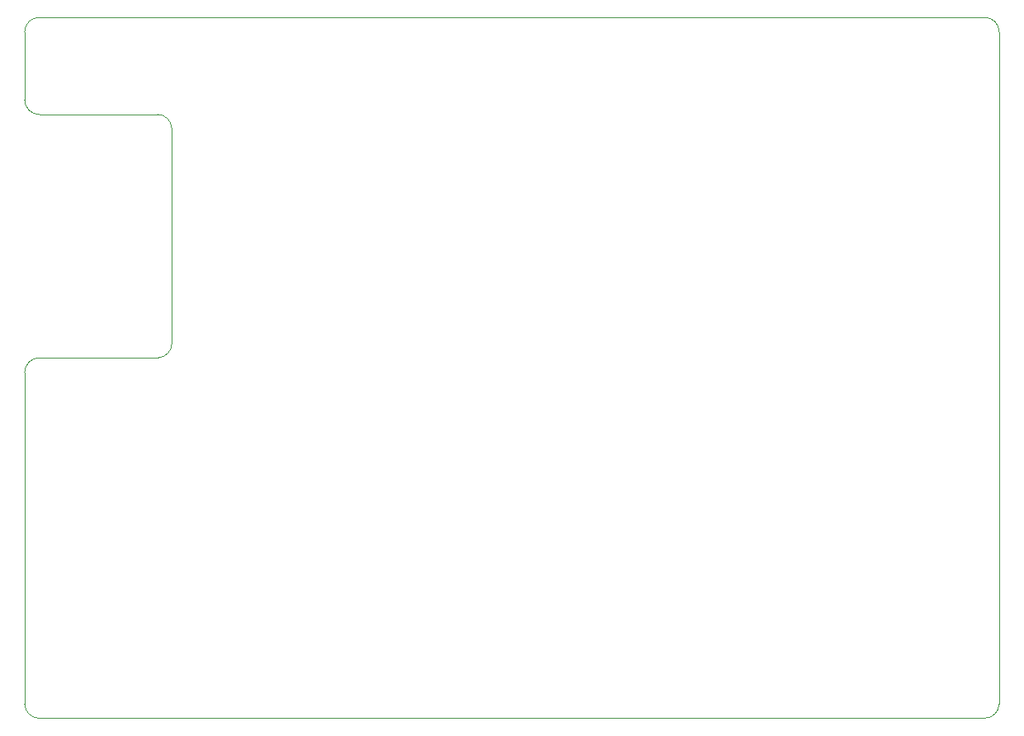
<source format=gbr>
%TF.GenerationSoftware,KiCad,Pcbnew,8.0.8*%
%TF.CreationDate,2025-02-06T17:20:13+00:00*%
%TF.ProjectId,mallow_adapt_v1.3,6d616c6c-6f77-45f6-9164-6170745f7631,rev?*%
%TF.SameCoordinates,Original*%
%TF.FileFunction,Profile,NP*%
%FSLAX46Y46*%
G04 Gerber Fmt 4.6, Leading zero omitted, Abs format (unit mm)*
G04 Created by KiCad (PCBNEW 8.0.8) date 2025-02-06 17:20:13*
%MOMM*%
%LPD*%
G01*
G04 APERTURE LIST*
%TA.AperFunction,Profile*%
%ADD10C,0.050000*%
%TD*%
G04 APERTURE END LIST*
D10*
X96000000Y-9500000D02*
G75*
G02*
X94500000Y-10999985I-1499985J0D01*
G01*
X-2499991Y-11000000D02*
G75*
G02*
X-3999985Y-9499999I6J1500000D01*
G01*
X9650010Y51025000D02*
G75*
G02*
X11089504Y49633838I-10695J-1451400D01*
G01*
X11100009Y27472869D02*
G75*
G02*
X9716222Y26041010I-1443694J10631D01*
G01*
X-3999989Y24524892D02*
X-3999990Y-9499999D01*
X-3999989Y24524892D02*
G75*
G02*
X-2481789Y26025013I1518204J-18192D01*
G01*
X11089525Y49633839D02*
X11100009Y27472869D01*
X-2499991Y-11000000D02*
X94500000Y-11000000D01*
X9716221Y26041040D02*
X-2481789Y26025000D01*
X96000000Y-9500000D02*
X96000000Y59500000D01*
X9650010Y51025000D02*
X-2489330Y51025000D01*
X-4000000Y59500000D02*
X-3999990Y52535660D01*
X-2489330Y51025000D02*
G75*
G02*
X-3999985Y52535660I-55J1510600D01*
G01*
X-4000000Y59500000D02*
G75*
G02*
X-2500000Y61000015I1500015J0D01*
G01*
X94500000Y61000000D02*
X-2500000Y61000000D01*
X94500000Y61000000D02*
G75*
G02*
X96000015Y59500000I15J-1500000D01*
G01*
M02*

</source>
